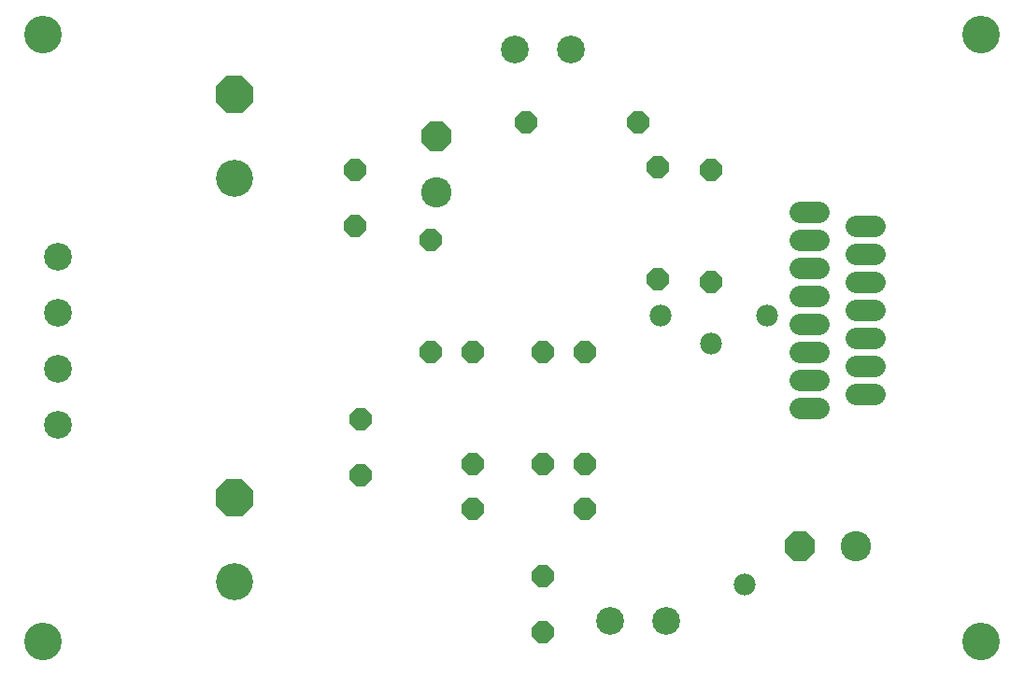
<source format=gbr>
G75*
%MOIN*%
%OFA0B0*%
%FSLAX25Y25*%
%IPPOS*%
%LPD*%
%AMOC8*
5,1,8,0,0,1.08239X$1,22.5*
%
%ADD10C,0.13398*%
%ADD11C,0.13200*%
%ADD12OC8,0.13200*%
%ADD13OC8,0.08000*%
%ADD14C,0.10800*%
%ADD15OC8,0.10800*%
%ADD16C,0.07556*%
%ADD17C,0.09918*%
%ADD18C,0.07800*%
D10*
X0012811Y0012811D03*
X0012811Y0229346D03*
X0347457Y0229346D03*
X0347457Y0012811D03*
D11*
X0081000Y0034000D03*
X0081000Y0178000D03*
D12*
X0081000Y0208000D03*
X0081000Y0064000D03*
D13*
X0126000Y0072000D03*
X0126000Y0092000D03*
X0151000Y0116000D03*
X0166000Y0116000D03*
X0191000Y0116100D03*
X0206000Y0116000D03*
X0232000Y0142100D03*
X0251000Y0140900D03*
X0251000Y0180900D03*
X0232000Y0182100D03*
X0225000Y0198000D03*
X0185000Y0198000D03*
X0151000Y0156000D03*
X0124000Y0161000D03*
X0124000Y0181000D03*
X0166000Y0076000D03*
X0191000Y0076100D03*
X0206000Y0076000D03*
X0206000Y0060000D03*
X0191000Y0036000D03*
X0191000Y0016000D03*
X0166000Y0060000D03*
D14*
X0302800Y0046800D03*
X0153000Y0173000D03*
D15*
X0153000Y0193000D03*
X0282800Y0046800D03*
D16*
X0282622Y0096000D02*
X0289378Y0096000D01*
X0302622Y0101000D02*
X0309378Y0101000D01*
X0309378Y0111000D02*
X0302622Y0111000D01*
X0289378Y0106000D02*
X0282622Y0106000D01*
X0282622Y0116000D02*
X0289378Y0116000D01*
X0302622Y0121000D02*
X0309378Y0121000D01*
X0309378Y0131000D02*
X0302622Y0131000D01*
X0289378Y0126000D02*
X0282622Y0126000D01*
X0282622Y0136000D02*
X0289378Y0136000D01*
X0302622Y0141000D02*
X0309378Y0141000D01*
X0309378Y0151000D02*
X0302622Y0151000D01*
X0289378Y0146000D02*
X0282622Y0146000D01*
X0282622Y0156000D02*
X0289378Y0156000D01*
X0302622Y0161000D02*
X0309378Y0161000D01*
X0289378Y0166000D02*
X0282622Y0166000D01*
D17*
X0201083Y0223902D03*
X0181083Y0223902D03*
X0018098Y0150083D03*
X0018098Y0130083D03*
X0018098Y0110083D03*
X0018098Y0090083D03*
X0214917Y0020098D03*
X0234917Y0020098D03*
D18*
X0263000Y0033000D03*
X0251000Y0119000D03*
X0233000Y0129000D03*
X0271000Y0129000D03*
M02*

</source>
